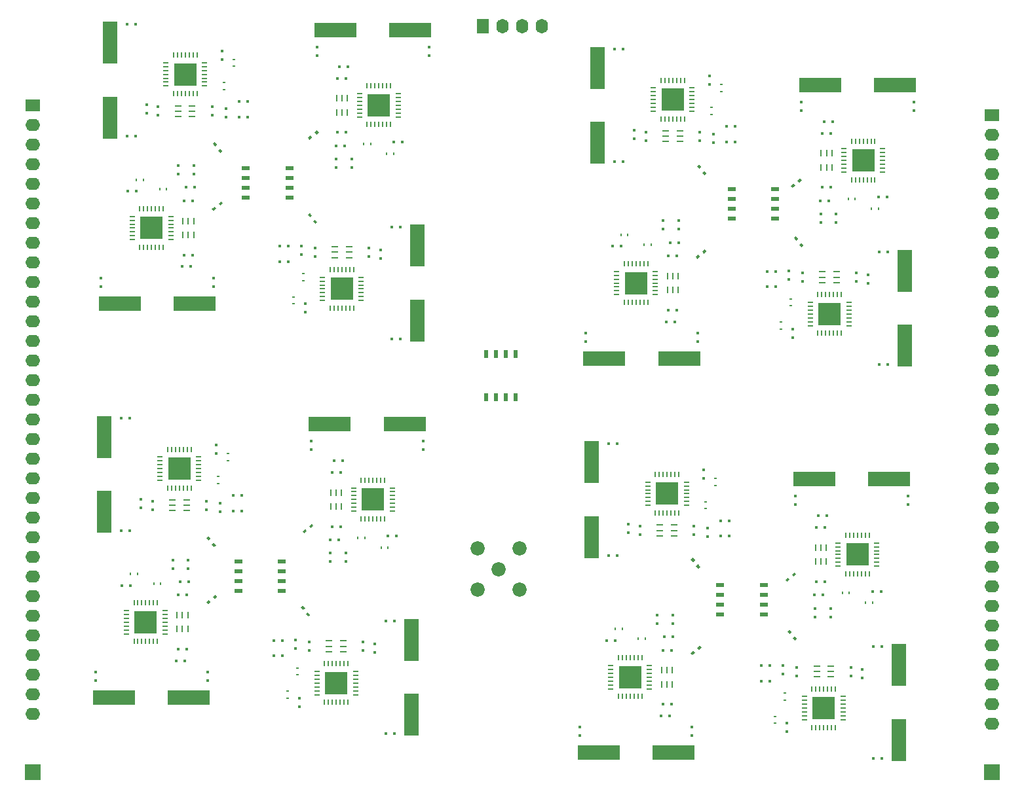
<source format=gbr>
G04 #@! TF.FileFunction,Soldermask,Top*
%FSLAX46Y46*%
G04 Gerber Fmt 4.6, Leading zero omitted, Abs format (unit mm)*
G04 Created by KiCad (PCBNEW 4.0.2+dfsg1-stable) date Wed 06 Jul 2016 03:59:12 PM CEST*
%MOMM*%
G01*
G04 APERTURE LIST*
%ADD10C,0.100000*%
%ADD11O,0.096520X0.848360*%
%ADD12O,0.848360X0.096520*%
%ADD13R,2.895600X2.895600*%
%ADD14R,0.447600X0.247600*%
%ADD15R,0.447600X0.347600*%
%ADD16R,0.347600X0.447600*%
%ADD17R,0.847600X0.197600*%
%ADD18R,1.948180X5.448300*%
%ADD19R,5.448300X1.948180*%
%ADD20R,0.197600X0.847600*%
%ADD21R,0.247600X0.447600*%
%ADD22C,1.846580*%
%ADD23R,1.879600X1.574800*%
%ADD24O,1.879600X1.574800*%
%ADD25R,1.574800X1.879600*%
%ADD26O,1.574800X1.879600*%
%ADD27R,2.082800X2.082800*%
%ADD28R,0.607600X1.117600*%
%ADD29R,1.117600X0.607600*%
G04 APERTURE END LIST*
D10*
D11*
X163001140Y-76500640D03*
X162500760Y-76500640D03*
X162000380Y-76500640D03*
X161500000Y-76500640D03*
X160999620Y-76500640D03*
X160499240Y-76500640D03*
X159998860Y-76500640D03*
D12*
X159000640Y-77498860D03*
X159000640Y-77999240D03*
X159000640Y-78499620D03*
X159000640Y-79000000D03*
X159000640Y-79500380D03*
X159000640Y-80000760D03*
X159000640Y-80501140D03*
D11*
X159998860Y-81499360D03*
X160499240Y-81499360D03*
X160999620Y-81499360D03*
X161500000Y-81499360D03*
X162000380Y-81499360D03*
X162500760Y-81499360D03*
X163001140Y-81499360D03*
D12*
X163999360Y-80501140D03*
X163999360Y-80000760D03*
X163999360Y-79500380D03*
X163999360Y-79000000D03*
X163999360Y-78499620D03*
X163999360Y-77999240D03*
X163999360Y-77498860D03*
D13*
X161500000Y-79000000D03*
D14*
X166500000Y-80050000D03*
X166500000Y-80950000D03*
X167750000Y-77050000D03*
X167750000Y-77950000D03*
D15*
X168450000Y-82500000D03*
X169550000Y-82500000D03*
D10*
G36*
X164586645Y-87497239D02*
X164860557Y-87283235D01*
X165136127Y-87635949D01*
X164862215Y-87849953D01*
X164586645Y-87497239D01*
X164586645Y-87497239D01*
G37*
G36*
X165263873Y-88364051D02*
X165537785Y-88150047D01*
X165813355Y-88502761D01*
X165539443Y-88716765D01*
X165263873Y-88364051D01*
X165263873Y-88364051D01*
G37*
D15*
X169550000Y-84500000D03*
X168450000Y-84500000D03*
D16*
X166750000Y-83450000D03*
X166750000Y-84550000D03*
D15*
X153950000Y-87000000D03*
X155050000Y-87000000D03*
D16*
X165000000Y-83200000D03*
X165000000Y-84300000D03*
D15*
X153950000Y-72500000D03*
X155050000Y-72500000D03*
D16*
X158000000Y-83200000D03*
X158000000Y-84300000D03*
X166250000Y-77050000D03*
X166250000Y-75950000D03*
X156500000Y-82950000D03*
X156500000Y-84050000D03*
D17*
X160600000Y-84450000D03*
X162400000Y-84450000D03*
X160600000Y-83750000D03*
X162400000Y-83750000D03*
X160600000Y-83050000D03*
X162400000Y-83050000D03*
D18*
X151750000Y-74901140D03*
X151750000Y-84598860D03*
D19*
X152651140Y-112500000D03*
X162348860Y-112500000D03*
D20*
X162200000Y-103650000D03*
X162200000Y-101850000D03*
X161500000Y-103650000D03*
X161500000Y-101850000D03*
X160800000Y-103650000D03*
X160800000Y-101850000D03*
D15*
X160700000Y-107750000D03*
X161800000Y-107750000D03*
X154800000Y-98000000D03*
X153700000Y-98000000D03*
X160950000Y-106250000D03*
X162050000Y-106250000D03*
D16*
X150250000Y-110300000D03*
X150250000Y-109200000D03*
D15*
X160950000Y-99250000D03*
X162050000Y-99250000D03*
D16*
X164750000Y-110300000D03*
X164750000Y-109200000D03*
D15*
X161200000Y-97500000D03*
X162300000Y-97500000D03*
D16*
X162250000Y-94700000D03*
X162250000Y-95800000D03*
D10*
G36*
X164747239Y-99863355D02*
X164533235Y-99589443D01*
X164885949Y-99313873D01*
X165099953Y-99587785D01*
X164747239Y-99863355D01*
X164747239Y-99863355D01*
G37*
G36*
X165614051Y-99186127D02*
X165400047Y-98912215D01*
X165752761Y-98636645D01*
X165966765Y-98910557D01*
X165614051Y-99186127D01*
X165614051Y-99186127D01*
G37*
D16*
X160250000Y-95800000D03*
X160250000Y-94700000D03*
D21*
X154800000Y-96500000D03*
X155700000Y-96500000D03*
X157800000Y-97750000D03*
X158700000Y-97750000D03*
D12*
X154250640Y-101248860D03*
X154250640Y-101749240D03*
X154250640Y-102249620D03*
X154250640Y-102750000D03*
X154250640Y-103250380D03*
X154250640Y-103750760D03*
X154250640Y-104251140D03*
D11*
X155248860Y-105249360D03*
X155749240Y-105249360D03*
X156249620Y-105249360D03*
X156750000Y-105249360D03*
X157250380Y-105249360D03*
X157750760Y-105249360D03*
X158251140Y-105249360D03*
D12*
X159249360Y-104251140D03*
X159249360Y-103750760D03*
X159249360Y-103250380D03*
X159249360Y-102750000D03*
X159249360Y-102249620D03*
X159249360Y-101749240D03*
X159249360Y-101248860D03*
D11*
X158251140Y-100250640D03*
X157750760Y-100250640D03*
X157250380Y-100250640D03*
X156750000Y-100250640D03*
X156249620Y-100250640D03*
X155749240Y-100250640D03*
X155248860Y-100250640D03*
D13*
X156750000Y-102750000D03*
D11*
X180248860Y-109249360D03*
X180749240Y-109249360D03*
X181249620Y-109249360D03*
X181750000Y-109249360D03*
X182250380Y-109249360D03*
X182750760Y-109249360D03*
X183251140Y-109249360D03*
D12*
X184249360Y-108251140D03*
X184249360Y-107750760D03*
X184249360Y-107250380D03*
X184249360Y-106750000D03*
X184249360Y-106249620D03*
X184249360Y-105749240D03*
X184249360Y-105248860D03*
D11*
X183251140Y-104250640D03*
X182750760Y-104250640D03*
X182250380Y-104250640D03*
X181750000Y-104250640D03*
X181249620Y-104250640D03*
X180749240Y-104250640D03*
X180248860Y-104250640D03*
D12*
X179250640Y-105248860D03*
X179250640Y-105749240D03*
X179250640Y-106249620D03*
X179250640Y-106750000D03*
X179250640Y-107250380D03*
X179250640Y-107750760D03*
X179250640Y-108251140D03*
D13*
X181750000Y-106750000D03*
D14*
X176750000Y-105700000D03*
X176750000Y-104800000D03*
X175500000Y-108700000D03*
X175500000Y-107800000D03*
D15*
X174800000Y-103250000D03*
X173700000Y-103250000D03*
D10*
G36*
X178313355Y-97802761D02*
X178039443Y-98016765D01*
X177763873Y-97664051D01*
X178037785Y-97450047D01*
X178313355Y-97802761D01*
X178313355Y-97802761D01*
G37*
G36*
X177636127Y-96935949D02*
X177362215Y-97149953D01*
X177086645Y-96797239D01*
X177360557Y-96583235D01*
X177636127Y-96935949D01*
X177636127Y-96935949D01*
G37*
D15*
X173700000Y-101250000D03*
X174800000Y-101250000D03*
D16*
X176500000Y-102300000D03*
X176500000Y-101200000D03*
D15*
X189300000Y-98750000D03*
X188200000Y-98750000D03*
D16*
X178250000Y-102550000D03*
X178250000Y-101450000D03*
D15*
X189300000Y-113250000D03*
X188200000Y-113250000D03*
D16*
X185250000Y-102550000D03*
X185250000Y-101450000D03*
X177000000Y-108700000D03*
X177000000Y-109800000D03*
X186750000Y-102800000D03*
X186750000Y-101700000D03*
D17*
X182650000Y-101300000D03*
X180850000Y-101300000D03*
X182650000Y-102000000D03*
X180850000Y-102000000D03*
X182650000Y-102700000D03*
X180850000Y-102700000D03*
D18*
X191500000Y-110848860D03*
X191500000Y-101151140D03*
D19*
X190223860Y-77125000D03*
X180526140Y-77125000D03*
D20*
X180675000Y-85975000D03*
X180675000Y-87775000D03*
X181375000Y-85975000D03*
X181375000Y-87775000D03*
X182075000Y-85975000D03*
X182075000Y-87775000D03*
D15*
X182175000Y-81875000D03*
X181075000Y-81875000D03*
X188075000Y-91625000D03*
X189175000Y-91625000D03*
X181925000Y-83375000D03*
X180825000Y-83375000D03*
D16*
X192625000Y-79325000D03*
X192625000Y-80425000D03*
D15*
X181925000Y-90375000D03*
X180825000Y-90375000D03*
D16*
X178125000Y-79325000D03*
X178125000Y-80425000D03*
D15*
X181675000Y-92125000D03*
X180575000Y-92125000D03*
D16*
X180625000Y-94925000D03*
X180625000Y-93825000D03*
D10*
G36*
X178002761Y-89186645D02*
X178216765Y-89460557D01*
X177864051Y-89736127D01*
X177650047Y-89462215D01*
X178002761Y-89186645D01*
X178002761Y-89186645D01*
G37*
G36*
X177135949Y-89863873D02*
X177349953Y-90137785D01*
X176997239Y-90413355D01*
X176783235Y-90139443D01*
X177135949Y-89863873D01*
X177135949Y-89863873D01*
G37*
D16*
X182625000Y-93825000D03*
X182625000Y-94925000D03*
D21*
X188075000Y-93125000D03*
X187175000Y-93125000D03*
X185075000Y-91875000D03*
X184175000Y-91875000D03*
D12*
X188624360Y-88376140D03*
X188624360Y-87875760D03*
X188624360Y-87375380D03*
X188624360Y-86875000D03*
X188624360Y-86374620D03*
X188624360Y-85874240D03*
X188624360Y-85373860D03*
D11*
X187626140Y-84375640D03*
X187125760Y-84375640D03*
X186625380Y-84375640D03*
X186125000Y-84375640D03*
X185624620Y-84375640D03*
X185124240Y-84375640D03*
X184623860Y-84375640D03*
D12*
X183625640Y-85373860D03*
X183625640Y-85874240D03*
X183625640Y-86374620D03*
X183625640Y-86875000D03*
X183625640Y-87375380D03*
X183625640Y-87875760D03*
X183625640Y-88376140D03*
D11*
X184623860Y-89374360D03*
X185124240Y-89374360D03*
X185624620Y-89374360D03*
X186125000Y-89374360D03*
X186625380Y-89374360D03*
X187125760Y-89374360D03*
X187626140Y-89374360D03*
D13*
X186125000Y-86875000D03*
D12*
X189374360Y-37376140D03*
X189374360Y-36875760D03*
X189374360Y-36375380D03*
X189374360Y-35875000D03*
X189374360Y-35374620D03*
X189374360Y-34874240D03*
X189374360Y-34373860D03*
D11*
X188376140Y-33375640D03*
X187875760Y-33375640D03*
X187375380Y-33375640D03*
X186875000Y-33375640D03*
X186374620Y-33375640D03*
X185874240Y-33375640D03*
X185373860Y-33375640D03*
D12*
X184375640Y-34373860D03*
X184375640Y-34874240D03*
X184375640Y-35374620D03*
X184375640Y-35875000D03*
X184375640Y-36375380D03*
X184375640Y-36875760D03*
X184375640Y-37376140D03*
D11*
X185373860Y-38374360D03*
X185874240Y-38374360D03*
X186374620Y-38374360D03*
X186875000Y-38374360D03*
X187375380Y-38374360D03*
X187875760Y-38374360D03*
X188376140Y-38374360D03*
D13*
X186875000Y-35875000D03*
D21*
X185825000Y-40875000D03*
X184925000Y-40875000D03*
X188825000Y-42125000D03*
X187925000Y-42125000D03*
D16*
X183375000Y-42825000D03*
X183375000Y-43925000D03*
D10*
G36*
X178702761Y-38186645D02*
X178916765Y-38460557D01*
X178564051Y-38736127D01*
X178350047Y-38462215D01*
X178702761Y-38186645D01*
X178702761Y-38186645D01*
G37*
G36*
X177835949Y-38863873D02*
X178049953Y-39137785D01*
X177697239Y-39413355D01*
X177483235Y-39139443D01*
X177835949Y-38863873D01*
X177835949Y-38863873D01*
G37*
D16*
X181375000Y-43925000D03*
X181375000Y-42825000D03*
D15*
X182425000Y-41125000D03*
X181325000Y-41125000D03*
D16*
X178875000Y-28325000D03*
X178875000Y-29425000D03*
D15*
X182675000Y-39375000D03*
X181575000Y-39375000D03*
D16*
X193375000Y-28325000D03*
X193375000Y-29425000D03*
D15*
X182675000Y-32375000D03*
X181575000Y-32375000D03*
X188825000Y-40625000D03*
X189925000Y-40625000D03*
X182925000Y-30875000D03*
X181825000Y-30875000D03*
D20*
X181425000Y-34975000D03*
X181425000Y-36775000D03*
X182125000Y-34975000D03*
X182125000Y-36775000D03*
X182825000Y-34975000D03*
X182825000Y-36775000D03*
D19*
X190973860Y-26125000D03*
X181276140Y-26125000D03*
D18*
X192250000Y-59848860D03*
X192250000Y-50151140D03*
D17*
X183400000Y-50300000D03*
X181600000Y-50300000D03*
X183400000Y-51000000D03*
X181600000Y-51000000D03*
X183400000Y-51700000D03*
X181600000Y-51700000D03*
D16*
X187500000Y-51800000D03*
X187500000Y-50700000D03*
X177750000Y-57700000D03*
X177750000Y-58800000D03*
X186000000Y-51550000D03*
X186000000Y-50450000D03*
D15*
X190050000Y-62250000D03*
X188950000Y-62250000D03*
D16*
X179000000Y-51550000D03*
X179000000Y-50450000D03*
D15*
X190050000Y-47750000D03*
X188950000Y-47750000D03*
D16*
X177250000Y-51300000D03*
X177250000Y-50200000D03*
D15*
X174450000Y-50250000D03*
X175550000Y-50250000D03*
D10*
G36*
X179113355Y-46902761D02*
X178839443Y-47116765D01*
X178563873Y-46764051D01*
X178837785Y-46550047D01*
X179113355Y-46902761D01*
X179113355Y-46902761D01*
G37*
G36*
X178436127Y-46035949D02*
X178162215Y-46249953D01*
X177886645Y-45897239D01*
X178160557Y-45683235D01*
X178436127Y-46035949D01*
X178436127Y-46035949D01*
G37*
D15*
X175550000Y-52250000D03*
X174450000Y-52250000D03*
D14*
X176250000Y-57700000D03*
X176250000Y-56800000D03*
X177500000Y-54700000D03*
X177500000Y-53800000D03*
D11*
X180998860Y-58249360D03*
X181499240Y-58249360D03*
X181999620Y-58249360D03*
X182500000Y-58249360D03*
X183000380Y-58249360D03*
X183500760Y-58249360D03*
X184001140Y-58249360D03*
D12*
X184999360Y-57251140D03*
X184999360Y-56750760D03*
X184999360Y-56250380D03*
X184999360Y-55750000D03*
X184999360Y-55249620D03*
X184999360Y-54749240D03*
X184999360Y-54248860D03*
D11*
X184001140Y-53250640D03*
X183500760Y-53250640D03*
X183000380Y-53250640D03*
X182500000Y-53250640D03*
X181999620Y-53250640D03*
X181499240Y-53250640D03*
X180998860Y-53250640D03*
D12*
X180000640Y-54248860D03*
X180000640Y-54749240D03*
X180000640Y-55249620D03*
X180000640Y-55750000D03*
X180000640Y-56250380D03*
X180000640Y-56750760D03*
X180000640Y-57251140D03*
D13*
X182500000Y-55750000D03*
D12*
X155000640Y-50248860D03*
X155000640Y-50749240D03*
X155000640Y-51249620D03*
X155000640Y-51750000D03*
X155000640Y-52250380D03*
X155000640Y-52750760D03*
X155000640Y-53251140D03*
D11*
X155998860Y-54249360D03*
X156499240Y-54249360D03*
X156999620Y-54249360D03*
X157500000Y-54249360D03*
X158000380Y-54249360D03*
X158500760Y-54249360D03*
X159001140Y-54249360D03*
D12*
X159999360Y-53251140D03*
X159999360Y-52750760D03*
X159999360Y-52250380D03*
X159999360Y-51750000D03*
X159999360Y-51249620D03*
X159999360Y-50749240D03*
X159999360Y-50248860D03*
D11*
X159001140Y-49250640D03*
X158500760Y-49250640D03*
X158000380Y-49250640D03*
X157500000Y-49250640D03*
X156999620Y-49250640D03*
X156499240Y-49250640D03*
X155998860Y-49250640D03*
D13*
X157500000Y-51750000D03*
D21*
X158550000Y-46750000D03*
X159450000Y-46750000D03*
X155550000Y-45500000D03*
X156450000Y-45500000D03*
D16*
X161000000Y-44800000D03*
X161000000Y-43700000D03*
D10*
G36*
X165397239Y-48613355D02*
X165183235Y-48339443D01*
X165535949Y-48063873D01*
X165749953Y-48337785D01*
X165397239Y-48613355D01*
X165397239Y-48613355D01*
G37*
G36*
X166264051Y-47936127D02*
X166050047Y-47662215D01*
X166402761Y-47386645D01*
X166616765Y-47660557D01*
X166264051Y-47936127D01*
X166264051Y-47936127D01*
G37*
D16*
X163000000Y-43700000D03*
X163000000Y-44800000D03*
D15*
X161950000Y-46500000D03*
X163050000Y-46500000D03*
D16*
X165500000Y-59300000D03*
X165500000Y-58200000D03*
D15*
X161700000Y-48250000D03*
X162800000Y-48250000D03*
D16*
X151000000Y-59300000D03*
X151000000Y-58200000D03*
D15*
X161700000Y-55250000D03*
X162800000Y-55250000D03*
X155550000Y-47000000D03*
X154450000Y-47000000D03*
X161450000Y-56750000D03*
X162550000Y-56750000D03*
D20*
X162950000Y-52650000D03*
X162950000Y-50850000D03*
X162250000Y-52650000D03*
X162250000Y-50850000D03*
X161550000Y-52650000D03*
X161550000Y-50850000D03*
D19*
X153401140Y-61500000D03*
X163098860Y-61500000D03*
D18*
X152500000Y-23901140D03*
X152500000Y-33598860D03*
D17*
X161350000Y-33450000D03*
X163150000Y-33450000D03*
X161350000Y-32750000D03*
X163150000Y-32750000D03*
X161350000Y-32050000D03*
X163150000Y-32050000D03*
D16*
X157250000Y-31950000D03*
X157250000Y-33050000D03*
X167000000Y-26050000D03*
X167000000Y-24950000D03*
X158750000Y-32200000D03*
X158750000Y-33300000D03*
D15*
X154700000Y-21500000D03*
X155800000Y-21500000D03*
D16*
X165750000Y-32200000D03*
X165750000Y-33300000D03*
D15*
X154700000Y-36000000D03*
X155800000Y-36000000D03*
D16*
X167500000Y-32450000D03*
X167500000Y-33550000D03*
D15*
X170300000Y-33500000D03*
X169200000Y-33500000D03*
D10*
G36*
X165386645Y-36597239D02*
X165660557Y-36383235D01*
X165936127Y-36735949D01*
X165662215Y-36949953D01*
X165386645Y-36597239D01*
X165386645Y-36597239D01*
G37*
G36*
X166063873Y-37464051D02*
X166337785Y-37250047D01*
X166613355Y-37602761D01*
X166339443Y-37816765D01*
X166063873Y-37464051D01*
X166063873Y-37464051D01*
G37*
D15*
X169200000Y-31500000D03*
X170300000Y-31500000D03*
D14*
X168500000Y-26050000D03*
X168500000Y-26950000D03*
X167250000Y-29050000D03*
X167250000Y-29950000D03*
D11*
X163751140Y-25500640D03*
X163250760Y-25500640D03*
X162750380Y-25500640D03*
X162250000Y-25500640D03*
X161749620Y-25500640D03*
X161249240Y-25500640D03*
X160748860Y-25500640D03*
D12*
X159750640Y-26498860D03*
X159750640Y-26999240D03*
X159750640Y-27499620D03*
X159750640Y-28000000D03*
X159750640Y-28500380D03*
X159750640Y-29000760D03*
X159750640Y-29501140D03*
D11*
X160748860Y-30499360D03*
X161249240Y-30499360D03*
X161749620Y-30499360D03*
X162250000Y-30499360D03*
X162750380Y-30499360D03*
X163250760Y-30499360D03*
X163751140Y-30499360D03*
D12*
X164749360Y-29501140D03*
X164749360Y-29000760D03*
X164749360Y-28500380D03*
X164749360Y-28000000D03*
X164749360Y-27499620D03*
X164749360Y-26999240D03*
X164749360Y-26498860D03*
D13*
X162250000Y-28000000D03*
D11*
X117248860Y-105999360D03*
X117749240Y-105999360D03*
X118249620Y-105999360D03*
X118750000Y-105999360D03*
X119250380Y-105999360D03*
X119750760Y-105999360D03*
X120251140Y-105999360D03*
D12*
X121249360Y-105001140D03*
X121249360Y-104500760D03*
X121249360Y-104000380D03*
X121249360Y-103500000D03*
X121249360Y-102999620D03*
X121249360Y-102499240D03*
X121249360Y-101998860D03*
D11*
X120251140Y-101000640D03*
X119750760Y-101000640D03*
X119250380Y-101000640D03*
X118750000Y-101000640D03*
X118249620Y-101000640D03*
X117749240Y-101000640D03*
X117248860Y-101000640D03*
D12*
X116250640Y-101998860D03*
X116250640Y-102499240D03*
X116250640Y-102999620D03*
X116250640Y-103500000D03*
X116250640Y-104000380D03*
X116250640Y-104500760D03*
X116250640Y-105001140D03*
D13*
X118750000Y-103500000D03*
D14*
X113750000Y-102450000D03*
X113750000Y-101550000D03*
X112500000Y-105450000D03*
X112500000Y-104550000D03*
D15*
X111800000Y-100000000D03*
X110700000Y-100000000D03*
D10*
G36*
X115413355Y-94702761D02*
X115139443Y-94916765D01*
X114863873Y-94564051D01*
X115137785Y-94350047D01*
X115413355Y-94702761D01*
X115413355Y-94702761D01*
G37*
G36*
X114736127Y-93835949D02*
X114462215Y-94049953D01*
X114186645Y-93697239D01*
X114460557Y-93483235D01*
X114736127Y-93835949D01*
X114736127Y-93835949D01*
G37*
D15*
X110700000Y-98000000D03*
X111800000Y-98000000D03*
D16*
X113500000Y-99050000D03*
X113500000Y-97950000D03*
D15*
X126300000Y-95500000D03*
X125200000Y-95500000D03*
D16*
X115250000Y-99300000D03*
X115250000Y-98200000D03*
D15*
X126300000Y-110000000D03*
X125200000Y-110000000D03*
D16*
X122250000Y-99300000D03*
X122250000Y-98200000D03*
X114000000Y-105450000D03*
X114000000Y-106550000D03*
X123750000Y-99550000D03*
X123750000Y-98450000D03*
D17*
X119650000Y-98050000D03*
X117850000Y-98050000D03*
X119650000Y-98750000D03*
X117850000Y-98750000D03*
X119650000Y-99450000D03*
X117850000Y-99450000D03*
D18*
X128500000Y-107598860D03*
X128500000Y-97901140D03*
D19*
X127598860Y-70000000D03*
X117901140Y-70000000D03*
D20*
X118050000Y-78850000D03*
X118050000Y-80650000D03*
X118750000Y-78850000D03*
X118750000Y-80650000D03*
X119450000Y-78850000D03*
X119450000Y-80650000D03*
D15*
X119550000Y-74750000D03*
X118450000Y-74750000D03*
X125450000Y-84500000D03*
X126550000Y-84500000D03*
X119300000Y-76250000D03*
X118200000Y-76250000D03*
D16*
X130000000Y-72200000D03*
X130000000Y-73300000D03*
D15*
X119300000Y-83250000D03*
X118200000Y-83250000D03*
D16*
X115500000Y-72200000D03*
X115500000Y-73300000D03*
D15*
X119050000Y-85000000D03*
X117950000Y-85000000D03*
D16*
X118000000Y-87800000D03*
X118000000Y-86700000D03*
D10*
G36*
X115602761Y-82886645D02*
X115816765Y-83160557D01*
X115464051Y-83436127D01*
X115250047Y-83162215D01*
X115602761Y-82886645D01*
X115602761Y-82886645D01*
G37*
G36*
X114735949Y-83563873D02*
X114949953Y-83837785D01*
X114597239Y-84113355D01*
X114383235Y-83839443D01*
X114735949Y-83563873D01*
X114735949Y-83563873D01*
G37*
D16*
X120000000Y-86700000D03*
X120000000Y-87800000D03*
D21*
X125450000Y-86000000D03*
X124550000Y-86000000D03*
X122450000Y-84750000D03*
X121550000Y-84750000D03*
D12*
X125999360Y-81251140D03*
X125999360Y-80750760D03*
X125999360Y-80250380D03*
X125999360Y-79750000D03*
X125999360Y-79249620D03*
X125999360Y-78749240D03*
X125999360Y-78248860D03*
D11*
X125001140Y-77250640D03*
X124500760Y-77250640D03*
X124000380Y-77250640D03*
X123500000Y-77250640D03*
X122999620Y-77250640D03*
X122499240Y-77250640D03*
X121998860Y-77250640D03*
D12*
X121000640Y-78248860D03*
X121000640Y-78749240D03*
X121000640Y-79249620D03*
X121000640Y-79750000D03*
X121000640Y-80250380D03*
X121000640Y-80750760D03*
X121000640Y-81251140D03*
D11*
X121998860Y-82249360D03*
X122499240Y-82249360D03*
X122999620Y-82249360D03*
X123500000Y-82249360D03*
X124000380Y-82249360D03*
X124500760Y-82249360D03*
X125001140Y-82249360D03*
D13*
X123500000Y-79750000D03*
D11*
X100001140Y-73250640D03*
X99500760Y-73250640D03*
X99000380Y-73250640D03*
X98500000Y-73250640D03*
X97999620Y-73250640D03*
X97499240Y-73250640D03*
X96998860Y-73250640D03*
D12*
X96000640Y-74248860D03*
X96000640Y-74749240D03*
X96000640Y-75249620D03*
X96000640Y-75750000D03*
X96000640Y-76250380D03*
X96000640Y-76750760D03*
X96000640Y-77251140D03*
D11*
X96998860Y-78249360D03*
X97499240Y-78249360D03*
X97999620Y-78249360D03*
X98500000Y-78249360D03*
X99000380Y-78249360D03*
X99500760Y-78249360D03*
X100001140Y-78249360D03*
D12*
X100999360Y-77251140D03*
X100999360Y-76750760D03*
X100999360Y-76250380D03*
X100999360Y-75750000D03*
X100999360Y-75249620D03*
X100999360Y-74749240D03*
X100999360Y-74248860D03*
D13*
X98500000Y-75750000D03*
D14*
X103500000Y-76800000D03*
X103500000Y-77700000D03*
X104750000Y-73800000D03*
X104750000Y-74700000D03*
D15*
X105450000Y-79250000D03*
X106550000Y-79250000D03*
D10*
G36*
X101986645Y-84697239D02*
X102260557Y-84483235D01*
X102536127Y-84835949D01*
X102262215Y-85049953D01*
X101986645Y-84697239D01*
X101986645Y-84697239D01*
G37*
G36*
X102663873Y-85564051D02*
X102937785Y-85350047D01*
X103213355Y-85702761D01*
X102939443Y-85916765D01*
X102663873Y-85564051D01*
X102663873Y-85564051D01*
G37*
D15*
X106550000Y-81250000D03*
X105450000Y-81250000D03*
D16*
X103750000Y-80200000D03*
X103750000Y-81300000D03*
D15*
X90950000Y-83750000D03*
X92050000Y-83750000D03*
D16*
X102000000Y-79950000D03*
X102000000Y-81050000D03*
D15*
X90950000Y-69250000D03*
X92050000Y-69250000D03*
D16*
X95000000Y-79950000D03*
X95000000Y-81050000D03*
X103250000Y-73800000D03*
X103250000Y-72700000D03*
X93500000Y-79700000D03*
X93500000Y-80800000D03*
D17*
X97600000Y-81200000D03*
X99400000Y-81200000D03*
X97600000Y-80500000D03*
X99400000Y-80500000D03*
X97600000Y-79800000D03*
X99400000Y-79800000D03*
D18*
X88750000Y-71651140D03*
X88750000Y-81348860D03*
D19*
X90026140Y-105375000D03*
X99723860Y-105375000D03*
D20*
X99575000Y-96525000D03*
X99575000Y-94725000D03*
X98875000Y-96525000D03*
X98875000Y-94725000D03*
X98175000Y-96525000D03*
X98175000Y-94725000D03*
D15*
X98075000Y-100625000D03*
X99175000Y-100625000D03*
X92175000Y-90875000D03*
X91075000Y-90875000D03*
X98325000Y-99125000D03*
X99425000Y-99125000D03*
D16*
X87625000Y-103175000D03*
X87625000Y-102075000D03*
D15*
X98325000Y-92125000D03*
X99425000Y-92125000D03*
D16*
X102125000Y-103175000D03*
X102125000Y-102075000D03*
D15*
X98575000Y-90375000D03*
X99675000Y-90375000D03*
D16*
X99625000Y-87575000D03*
X99625000Y-88675000D03*
D10*
G36*
X102197239Y-93313355D02*
X101983235Y-93039443D01*
X102335949Y-92763873D01*
X102549953Y-93037785D01*
X102197239Y-93313355D01*
X102197239Y-93313355D01*
G37*
G36*
X103064051Y-92636127D02*
X102850047Y-92362215D01*
X103202761Y-92086645D01*
X103416765Y-92360557D01*
X103064051Y-92636127D01*
X103064051Y-92636127D01*
G37*
D16*
X97625000Y-88675000D03*
X97625000Y-87575000D03*
D21*
X92175000Y-89375000D03*
X93075000Y-89375000D03*
X95175000Y-90625000D03*
X96075000Y-90625000D03*
D12*
X91625640Y-94123860D03*
X91625640Y-94624240D03*
X91625640Y-95124620D03*
X91625640Y-95625000D03*
X91625640Y-96125380D03*
X91625640Y-96625760D03*
X91625640Y-97126140D03*
D11*
X92623860Y-98124360D03*
X93124240Y-98124360D03*
X93624620Y-98124360D03*
X94125000Y-98124360D03*
X94625380Y-98124360D03*
X95125760Y-98124360D03*
X95626140Y-98124360D03*
D12*
X96624360Y-97126140D03*
X96624360Y-96625760D03*
X96624360Y-96125380D03*
X96624360Y-95625000D03*
X96624360Y-95124620D03*
X96624360Y-94624240D03*
X96624360Y-94123860D03*
D11*
X95626140Y-93125640D03*
X95125760Y-93125640D03*
X94625380Y-93125640D03*
X94125000Y-93125640D03*
X93624620Y-93125640D03*
X93124240Y-93125640D03*
X92623860Y-93125640D03*
D13*
X94125000Y-95625000D03*
D12*
X92375640Y-43123860D03*
X92375640Y-43624240D03*
X92375640Y-44124620D03*
X92375640Y-44625000D03*
X92375640Y-45125380D03*
X92375640Y-45625760D03*
X92375640Y-46126140D03*
D11*
X93373860Y-47124360D03*
X93874240Y-47124360D03*
X94374620Y-47124360D03*
X94875000Y-47124360D03*
X95375380Y-47124360D03*
X95875760Y-47124360D03*
X96376140Y-47124360D03*
D12*
X97374360Y-46126140D03*
X97374360Y-45625760D03*
X97374360Y-45125380D03*
X97374360Y-44625000D03*
X97374360Y-44124620D03*
X97374360Y-43624240D03*
X97374360Y-43123860D03*
D11*
X96376140Y-42125640D03*
X95875760Y-42125640D03*
X95375380Y-42125640D03*
X94875000Y-42125640D03*
X94374620Y-42125640D03*
X93874240Y-42125640D03*
X93373860Y-42125640D03*
D13*
X94875000Y-44625000D03*
D21*
X95925000Y-39625000D03*
X96825000Y-39625000D03*
X92925000Y-38375000D03*
X93825000Y-38375000D03*
D16*
X98375000Y-37675000D03*
X98375000Y-36575000D03*
D10*
G36*
X102897239Y-42413355D02*
X102683235Y-42139443D01*
X103035949Y-41863873D01*
X103249953Y-42137785D01*
X102897239Y-42413355D01*
X102897239Y-42413355D01*
G37*
G36*
X103764051Y-41736127D02*
X103550047Y-41462215D01*
X103902761Y-41186645D01*
X104116765Y-41460557D01*
X103764051Y-41736127D01*
X103764051Y-41736127D01*
G37*
D16*
X100375000Y-36575000D03*
X100375000Y-37675000D03*
D15*
X99325000Y-39375000D03*
X100425000Y-39375000D03*
D16*
X102875000Y-52175000D03*
X102875000Y-51075000D03*
D15*
X99075000Y-41125000D03*
X100175000Y-41125000D03*
D16*
X88375000Y-52175000D03*
X88375000Y-51075000D03*
D15*
X99075000Y-48125000D03*
X100175000Y-48125000D03*
X92925000Y-39875000D03*
X91825000Y-39875000D03*
X98825000Y-49625000D03*
X99925000Y-49625000D03*
D20*
X100325000Y-45525000D03*
X100325000Y-43725000D03*
X99625000Y-45525000D03*
X99625000Y-43725000D03*
X98925000Y-45525000D03*
X98925000Y-43725000D03*
D19*
X90776140Y-54375000D03*
X100473860Y-54375000D03*
D18*
X89500000Y-20651140D03*
X89500000Y-30348860D03*
D17*
X98350000Y-30200000D03*
X100150000Y-30200000D03*
X98350000Y-29500000D03*
X100150000Y-29500000D03*
X98350000Y-28800000D03*
X100150000Y-28800000D03*
D16*
X94250000Y-28700000D03*
X94250000Y-29800000D03*
X104000000Y-22800000D03*
X104000000Y-21700000D03*
X95750000Y-28950000D03*
X95750000Y-30050000D03*
D15*
X91700000Y-18250000D03*
X92800000Y-18250000D03*
D16*
X102750000Y-28950000D03*
X102750000Y-30050000D03*
D15*
X91700000Y-32750000D03*
X92800000Y-32750000D03*
D16*
X104500000Y-29200000D03*
X104500000Y-30300000D03*
D15*
X107300000Y-30250000D03*
X106200000Y-30250000D03*
D10*
G36*
X102786645Y-33697239D02*
X103060557Y-33483235D01*
X103336127Y-33835949D01*
X103062215Y-34049953D01*
X102786645Y-33697239D01*
X102786645Y-33697239D01*
G37*
G36*
X103463873Y-34564051D02*
X103737785Y-34350047D01*
X104013355Y-34702761D01*
X103739443Y-34916765D01*
X103463873Y-34564051D01*
X103463873Y-34564051D01*
G37*
D15*
X106200000Y-28250000D03*
X107300000Y-28250000D03*
D14*
X105500000Y-22800000D03*
X105500000Y-23700000D03*
X104250000Y-25800000D03*
X104250000Y-26700000D03*
D11*
X100751140Y-22250640D03*
X100250760Y-22250640D03*
X99750380Y-22250640D03*
X99250000Y-22250640D03*
X98749620Y-22250640D03*
X98249240Y-22250640D03*
X97748860Y-22250640D03*
D12*
X96750640Y-23248860D03*
X96750640Y-23749240D03*
X96750640Y-24249620D03*
X96750640Y-24750000D03*
X96750640Y-25250380D03*
X96750640Y-25750760D03*
X96750640Y-26251140D03*
D11*
X97748860Y-27249360D03*
X98249240Y-27249360D03*
X98749620Y-27249360D03*
X99250000Y-27249360D03*
X99750380Y-27249360D03*
X100250760Y-27249360D03*
X100751140Y-27249360D03*
D12*
X101749360Y-26251140D03*
X101749360Y-25750760D03*
X101749360Y-25250380D03*
X101749360Y-24750000D03*
X101749360Y-24249620D03*
X101749360Y-23749240D03*
X101749360Y-23248860D03*
D13*
X99250000Y-24750000D03*
D12*
X126749360Y-30251140D03*
X126749360Y-29750760D03*
X126749360Y-29250380D03*
X126749360Y-28750000D03*
X126749360Y-28249620D03*
X126749360Y-27749240D03*
X126749360Y-27248860D03*
D11*
X125751140Y-26250640D03*
X125250760Y-26250640D03*
X124750380Y-26250640D03*
X124250000Y-26250640D03*
X123749620Y-26250640D03*
X123249240Y-26250640D03*
X122748860Y-26250640D03*
D12*
X121750640Y-27248860D03*
X121750640Y-27749240D03*
X121750640Y-28249620D03*
X121750640Y-28750000D03*
X121750640Y-29250380D03*
X121750640Y-29750760D03*
X121750640Y-30251140D03*
D11*
X122748860Y-31249360D03*
X123249240Y-31249360D03*
X123749620Y-31249360D03*
X124250000Y-31249360D03*
X124750380Y-31249360D03*
X125250760Y-31249360D03*
X125751140Y-31249360D03*
D13*
X124250000Y-28750000D03*
D21*
X123200000Y-33750000D03*
X122300000Y-33750000D03*
X126200000Y-35000000D03*
X125300000Y-35000000D03*
D16*
X120750000Y-35700000D03*
X120750000Y-36800000D03*
D10*
G36*
X116302761Y-31986645D02*
X116516765Y-32260557D01*
X116164051Y-32536127D01*
X115950047Y-32262215D01*
X116302761Y-31986645D01*
X116302761Y-31986645D01*
G37*
G36*
X115435949Y-32663873D02*
X115649953Y-32937785D01*
X115297239Y-33213355D01*
X115083235Y-32939443D01*
X115435949Y-32663873D01*
X115435949Y-32663873D01*
G37*
D16*
X118750000Y-36800000D03*
X118750000Y-35700000D03*
D15*
X119800000Y-34000000D03*
X118700000Y-34000000D03*
D16*
X116250000Y-21200000D03*
X116250000Y-22300000D03*
D15*
X120050000Y-32250000D03*
X118950000Y-32250000D03*
D16*
X130750000Y-21200000D03*
X130750000Y-22300000D03*
D15*
X120050000Y-25250000D03*
X118950000Y-25250000D03*
X126200000Y-33500000D03*
X127300000Y-33500000D03*
X120300000Y-23750000D03*
X119200000Y-23750000D03*
D20*
X118800000Y-27850000D03*
X118800000Y-29650000D03*
X119500000Y-27850000D03*
X119500000Y-29650000D03*
X120200000Y-27850000D03*
X120200000Y-29650000D03*
D19*
X128348860Y-19000000D03*
X118651140Y-19000000D03*
D18*
X129250000Y-56598860D03*
X129250000Y-46901140D03*
D17*
X120400000Y-47050000D03*
X118600000Y-47050000D03*
X120400000Y-47750000D03*
X118600000Y-47750000D03*
X120400000Y-48450000D03*
X118600000Y-48450000D03*
D16*
X124500000Y-48550000D03*
X124500000Y-47450000D03*
X114750000Y-54450000D03*
X114750000Y-55550000D03*
X123000000Y-48300000D03*
X123000000Y-47200000D03*
D15*
X127050000Y-59000000D03*
X125950000Y-59000000D03*
D16*
X116000000Y-48300000D03*
X116000000Y-47200000D03*
D15*
X127050000Y-44500000D03*
X125950000Y-44500000D03*
D16*
X114250000Y-48050000D03*
X114250000Y-46950000D03*
D15*
X111450000Y-47000000D03*
X112550000Y-47000000D03*
D10*
G36*
X116313355Y-43902761D02*
X116039443Y-44116765D01*
X115763873Y-43764051D01*
X116037785Y-43550047D01*
X116313355Y-43902761D01*
X116313355Y-43902761D01*
G37*
G36*
X115636127Y-43035949D02*
X115362215Y-43249953D01*
X115086645Y-42897239D01*
X115360557Y-42683235D01*
X115636127Y-43035949D01*
X115636127Y-43035949D01*
G37*
D15*
X112550000Y-49000000D03*
X111450000Y-49000000D03*
D14*
X113250000Y-54450000D03*
X113250000Y-53550000D03*
X114500000Y-51450000D03*
X114500000Y-50550000D03*
D11*
X117998860Y-54999360D03*
X118499240Y-54999360D03*
X118999620Y-54999360D03*
X119500000Y-54999360D03*
X120000380Y-54999360D03*
X120500760Y-54999360D03*
X121001140Y-54999360D03*
D12*
X121999360Y-54001140D03*
X121999360Y-53500760D03*
X121999360Y-53000380D03*
X121999360Y-52500000D03*
X121999360Y-51999620D03*
X121999360Y-51499240D03*
X121999360Y-50998860D03*
D11*
X121001140Y-50000640D03*
X120500760Y-50000640D03*
X120000380Y-50000640D03*
X119500000Y-50000640D03*
X118999620Y-50000640D03*
X118499240Y-50000640D03*
X117998860Y-50000640D03*
D12*
X117000640Y-50998860D03*
X117000640Y-51499240D03*
X117000640Y-51999620D03*
X117000640Y-52500000D03*
X117000640Y-53000380D03*
X117000640Y-53500760D03*
X117000640Y-54001140D03*
D13*
X119500000Y-52500000D03*
D22*
X139750000Y-88750000D03*
X142450020Y-86049980D03*
X137049980Y-86049980D03*
X137049980Y-91450020D03*
X142450020Y-91450020D03*
D23*
X203500000Y-30000000D03*
D24*
X203500000Y-32540000D03*
X203500000Y-35080000D03*
X203500000Y-37620000D03*
X203500000Y-40160000D03*
X203500000Y-42700000D03*
X203500000Y-45240000D03*
X203500000Y-47780000D03*
X203500000Y-50320000D03*
X203500000Y-52860000D03*
X203500000Y-55400000D03*
X203500000Y-57940000D03*
X203500000Y-60480000D03*
X203500000Y-63020000D03*
X203500000Y-65560000D03*
X203500000Y-68100000D03*
X203500000Y-70640000D03*
X203500000Y-73180000D03*
X203500000Y-75720000D03*
X203500000Y-78260000D03*
X203500000Y-80800000D03*
X203500000Y-83340000D03*
X203500000Y-85880000D03*
X203500000Y-88420000D03*
X203500000Y-90960000D03*
X203500000Y-93500000D03*
X203500000Y-96040000D03*
X203500000Y-98580000D03*
X203500000Y-101120000D03*
X203500000Y-103660000D03*
X203500000Y-106200000D03*
X203500000Y-108740000D03*
D23*
X79500000Y-28750000D03*
D24*
X79500000Y-31290000D03*
X79500000Y-33830000D03*
X79500000Y-36370000D03*
X79500000Y-38910000D03*
X79500000Y-41450000D03*
X79500000Y-43990000D03*
X79500000Y-46530000D03*
X79500000Y-49070000D03*
X79500000Y-51610000D03*
X79500000Y-54150000D03*
X79500000Y-56690000D03*
X79500000Y-59230000D03*
X79500000Y-61770000D03*
X79500000Y-64310000D03*
X79500000Y-66850000D03*
X79500000Y-69390000D03*
X79500000Y-71930000D03*
X79500000Y-74470000D03*
X79500000Y-77010000D03*
X79500000Y-79550000D03*
X79500000Y-82090000D03*
X79500000Y-84630000D03*
X79500000Y-87170000D03*
X79500000Y-89710000D03*
X79500000Y-92250000D03*
X79500000Y-94790000D03*
X79500000Y-97330000D03*
X79500000Y-99870000D03*
X79500000Y-102410000D03*
X79500000Y-104950000D03*
X79500000Y-107490000D03*
D25*
X137700000Y-18500000D03*
D26*
X140240000Y-18500000D03*
X142780000Y-18500000D03*
X145320000Y-18500000D03*
D27*
X79500000Y-115000000D03*
X203500000Y-115000000D03*
D28*
X138095000Y-60945000D03*
X138095000Y-66555000D03*
X139365000Y-60945000D03*
X139365000Y-66555000D03*
X140635000Y-60945000D03*
X140635000Y-66555000D03*
X141905000Y-60945000D03*
X141905000Y-66555000D03*
D29*
X107095000Y-40705000D03*
X112705000Y-40705000D03*
X107095000Y-39435000D03*
X112705000Y-39435000D03*
X107095000Y-38165000D03*
X112705000Y-38165000D03*
X107095000Y-36895000D03*
X112705000Y-36895000D03*
X106095000Y-91605000D03*
X111705000Y-91605000D03*
X106095000Y-90335000D03*
X111705000Y-90335000D03*
X106095000Y-89065000D03*
X111705000Y-89065000D03*
X106095000Y-87795000D03*
X111705000Y-87795000D03*
X175505000Y-39595000D03*
X169895000Y-39595000D03*
X175505000Y-40865000D03*
X169895000Y-40865000D03*
X175505000Y-42135000D03*
X169895000Y-42135000D03*
X175505000Y-43405000D03*
X169895000Y-43405000D03*
X174005000Y-90795000D03*
X168395000Y-90795000D03*
X174005000Y-92065000D03*
X168395000Y-92065000D03*
X174005000Y-93335000D03*
X168395000Y-93335000D03*
X174005000Y-94605000D03*
X168395000Y-94605000D03*
M02*

</source>
